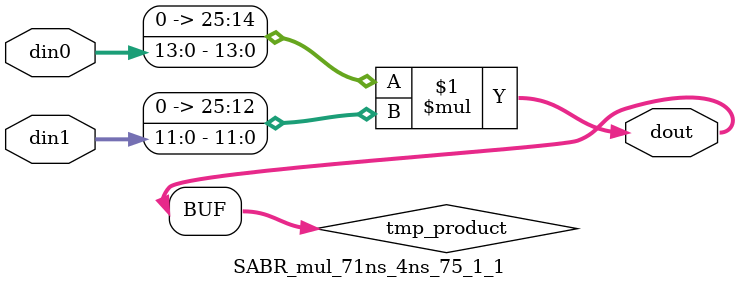
<source format=v>

`timescale 1 ns / 1 ps

 module SABR_mul_71ns_4ns_75_1_1(din0, din1, dout);
parameter ID = 1;
parameter NUM_STAGE = 0;
parameter din0_WIDTH = 14;
parameter din1_WIDTH = 12;
parameter dout_WIDTH = 26;

input [din0_WIDTH - 1 : 0] din0; 
input [din1_WIDTH - 1 : 0] din1; 
output [dout_WIDTH - 1 : 0] dout;

wire signed [dout_WIDTH - 1 : 0] tmp_product;
























assign tmp_product = $signed({1'b0, din0}) * $signed({1'b0, din1});











assign dout = tmp_product;





















endmodule

</source>
